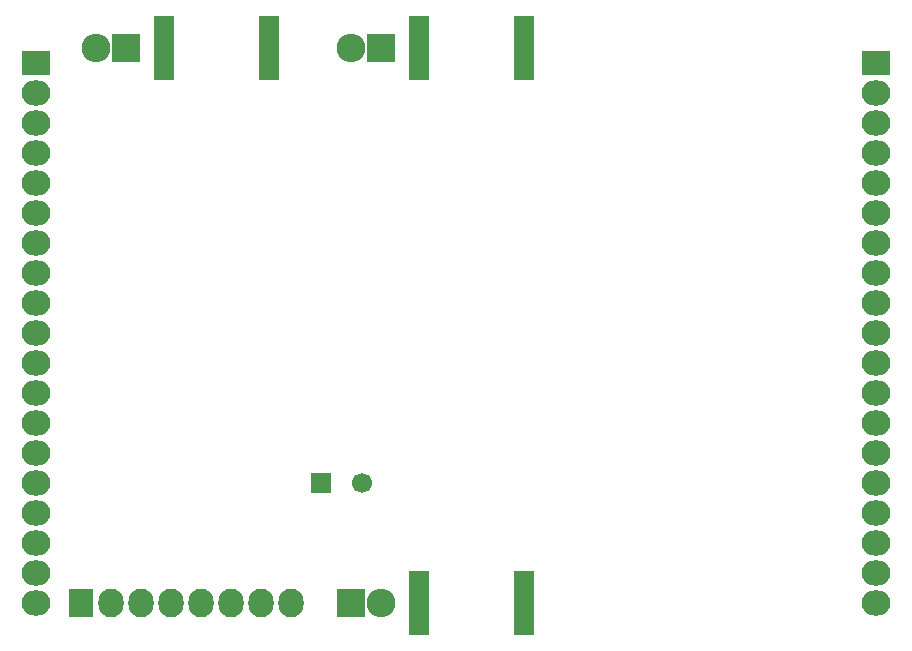
<source format=gbr>
G04 #@! TF.FileFunction,Soldermask,Bot*
%FSLAX46Y46*%
G04 Gerber Fmt 4.6, Leading zero omitted, Abs format (unit mm)*
G04 Created by KiCad (PCBNEW 4.0.3+e1-6302~38~ubuntu16.04.1-stable) date Fri Aug 26 17:26:24 2016*
%MOMM*%
%LPD*%
G01*
G04 APERTURE LIST*
%ADD10C,0.100000*%
%ADD11R,2.432000X2.432000*%
%ADD12O,2.432000X2.432000*%
%ADD13R,2.127200X2.432000*%
%ADD14O,2.127200X2.432000*%
%ADD15R,1.670000X5.480000*%
%ADD16R,2.432000X2.127200*%
%ADD17O,2.432000X2.127200*%
%ADD18C,1.700000*%
%ADD19R,1.700000X1.700000*%
G04 APERTURE END LIST*
D10*
D11*
X87630000Y-134620000D03*
D12*
X90170000Y-134620000D03*
D13*
X64770000Y-134620000D03*
D14*
X67310000Y-134620000D03*
X69850000Y-134620000D03*
X72390000Y-134620000D03*
X74930000Y-134620000D03*
X77470000Y-134620000D03*
X80010000Y-134620000D03*
X82550000Y-134620000D03*
D15*
X93345000Y-134620000D03*
X102235000Y-134620000D03*
D11*
X68580000Y-87630000D03*
D12*
X66040000Y-87630000D03*
D11*
X90170000Y-87630000D03*
D12*
X87630000Y-87630000D03*
D15*
X102235000Y-87630000D03*
X93345000Y-87630000D03*
X80645000Y-87630000D03*
X71755000Y-87630000D03*
D16*
X132080000Y-88900000D03*
D17*
X132080000Y-91440000D03*
X132080000Y-93980000D03*
X132080000Y-96520000D03*
X132080000Y-99060000D03*
X132080000Y-101600000D03*
X132080000Y-104140000D03*
X132080000Y-106680000D03*
X132080000Y-109220000D03*
X132080000Y-111760000D03*
X132080000Y-114300000D03*
X132080000Y-116840000D03*
X132080000Y-119380000D03*
X132080000Y-121920000D03*
X132080000Y-124460000D03*
X132080000Y-127000000D03*
X132080000Y-129540000D03*
X132080000Y-132080000D03*
X132080000Y-134620000D03*
D16*
X60960000Y-88900000D03*
D17*
X60960000Y-91440000D03*
X60960000Y-93980000D03*
X60960000Y-96520000D03*
X60960000Y-99060000D03*
X60960000Y-101600000D03*
X60960000Y-104140000D03*
X60960000Y-106680000D03*
X60960000Y-109220000D03*
X60960000Y-111760000D03*
X60960000Y-114300000D03*
X60960000Y-116840000D03*
X60960000Y-119380000D03*
X60960000Y-121920000D03*
X60960000Y-124460000D03*
X60960000Y-127000000D03*
X60960000Y-129540000D03*
X60960000Y-132080000D03*
X60960000Y-134620000D03*
D18*
X88590000Y-124460000D03*
D19*
X85090000Y-124460000D03*
M02*

</source>
